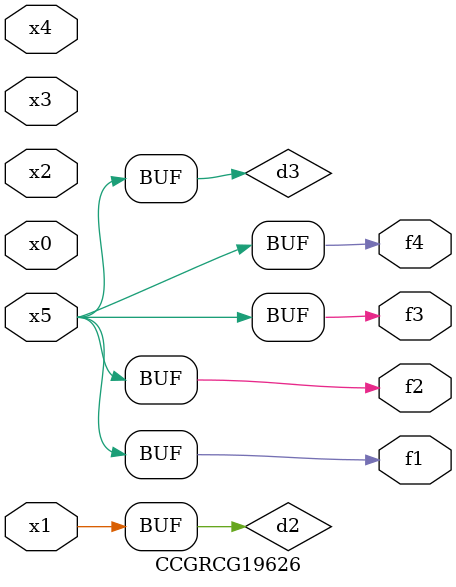
<source format=v>
module CCGRCG19626(
	input x0, x1, x2, x3, x4, x5,
	output f1, f2, f3, f4
);

	wire d1, d2, d3;

	not (d1, x5);
	or (d2, x1);
	xnor (d3, d1);
	assign f1 = d3;
	assign f2 = d3;
	assign f3 = d3;
	assign f4 = d3;
endmodule

</source>
